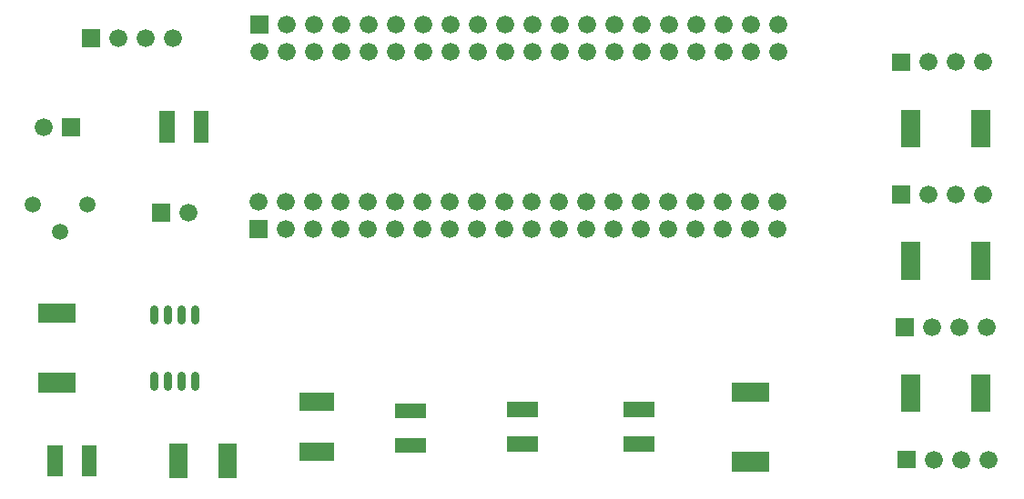
<source format=gts>
G04 Layer: TopSolderMaskLayer*
G04 EasyEDA v6.4.19.5, 2021-05-30T15:20:28--7:00*
G04 00a0cf8a2f6945cda59000bd480c23e2,9479053ce0554845bf9291591982ae42,10*
G04 Gerber Generator version 0.2*
G04 Scale: 100 percent, Rotated: No, Reflected: No *
G04 Dimensions in millimeters *
G04 leading zeros omitted , absolute positions ,4 integer and 5 decimal *
%FSLAX45Y45*%
%MOMM*%

%ADD27C,0.8016*%
%ADD29R,1.6764X1.6764*%
%ADD30C,1.6764*%
%ADD36C,1.5016*%

%LPD*%
D27*
X2311400Y5939193D02*
G01*
X2311400Y6039192D01*
X2438400Y5939193D02*
G01*
X2438400Y6039192D01*
X2565400Y5939193D02*
G01*
X2565400Y6039192D01*
X2692400Y5939193D02*
G01*
X2692400Y6039192D01*
X2311400Y6559207D02*
G01*
X2311400Y6659206D01*
X2438400Y6559207D02*
G01*
X2438400Y6659206D01*
X2565400Y6559207D02*
G01*
X2565400Y6659206D01*
X2692400Y6559207D02*
G01*
X2692400Y6659206D01*
G36*
X4553965Y5639815D02*
G01*
X4553965Y5780023D01*
X4844034Y5780023D01*
X4844034Y5639815D01*
G37*
G36*
X4553965Y5319776D02*
G01*
X4553965Y5459984D01*
X4844034Y5459984D01*
X4844034Y5319776D01*
G37*
G36*
X3205479Y9225279D02*
G01*
X3205479Y9392920D01*
X3373120Y9392920D01*
X3373120Y9225279D01*
G37*
D30*
G01*
X3289300Y9055100D03*
G01*
X3543300Y9309100D03*
G01*
X3543300Y9055100D03*
G01*
X3797300Y9309100D03*
G01*
X3797300Y9055100D03*
G01*
X4051300Y9309100D03*
G01*
X4051300Y9055100D03*
G01*
X4305300Y9309100D03*
G01*
X4305300Y9055100D03*
G01*
X4559300Y9309100D03*
G01*
X4559300Y9055100D03*
G01*
X4813300Y9309100D03*
G01*
X4813300Y9055100D03*
G01*
X5067300Y9309100D03*
G01*
X5067300Y9055100D03*
G01*
X5321300Y9309100D03*
G01*
X5321300Y9055100D03*
G01*
X5575300Y9309100D03*
G01*
X5575300Y9055100D03*
G01*
X5829300Y9309100D03*
G01*
X5829300Y9055100D03*
G01*
X6083300Y9309100D03*
G01*
X6083300Y9055100D03*
G01*
X6337300Y9309100D03*
G01*
X6337300Y9055100D03*
G01*
X6591300Y9309100D03*
G01*
X6591300Y9055100D03*
G01*
X6845300Y9309100D03*
G01*
X6845300Y9055100D03*
G01*
X7099300Y9309100D03*
G01*
X7099300Y9055100D03*
G01*
X7353300Y9309100D03*
G01*
X7353300Y9055100D03*
G01*
X7607300Y9309100D03*
G01*
X7607300Y9055100D03*
G01*
X7861300Y9309100D03*
G01*
X7861300Y9055100D03*
G01*
X8115300Y9309100D03*
G01*
X8115300Y9055100D03*
G36*
X9174479Y8875013D02*
G01*
X9174479Y9042654D01*
X9342120Y9042654D01*
X9342120Y8875013D01*
G37*
G01*
X9512300Y8958834D03*
G01*
X9766300Y8958834D03*
G01*
X10020300Y8958834D03*
G36*
X9174479Y7641336D02*
G01*
X9174479Y7808976D01*
X9342120Y7808976D01*
X9342120Y7641336D01*
G37*
G01*
X9512300Y7725155D03*
G01*
X9766300Y7725155D03*
G01*
X10020300Y7725155D03*
G36*
X9212579Y6407657D02*
G01*
X9212579Y6575297D01*
X9380220Y6575297D01*
X9380220Y6407657D01*
G37*
G01*
X9550400Y6491478D03*
G01*
X9804400Y6491478D03*
G01*
X10058400Y6491478D03*
G36*
X9225279Y5173979D02*
G01*
X9225279Y5341620D01*
X9392920Y5341620D01*
X9392920Y5173979D01*
G37*
G01*
X9563100Y5257800D03*
G01*
X9817100Y5257800D03*
G01*
X10071100Y5257800D03*
G36*
X1319276Y5099812D02*
G01*
X1319276Y5390134D01*
X1459484Y5390134D01*
X1459484Y5099812D01*
G37*
G36*
X1639315Y5099812D02*
G01*
X1639315Y5390134D01*
X1779523Y5390134D01*
X1779523Y5099812D01*
G37*
G36*
X2360675Y8211312D02*
G01*
X2360675Y8501634D01*
X2500884Y8501634D01*
X2500884Y8211312D01*
G37*
G36*
X2680715Y8211312D02*
G01*
X2680715Y8501634D01*
X2820924Y8501634D01*
X2820924Y8211312D01*
G37*
G36*
X6674865Y5652515D02*
G01*
X6674865Y5792723D01*
X6964934Y5792723D01*
X6964934Y5652515D01*
G37*
G36*
X6674865Y5332476D02*
G01*
X6674865Y5472684D01*
X6964934Y5472684D01*
X6964934Y5332476D01*
G37*
G36*
X5595365Y5652515D02*
G01*
X5595365Y5792723D01*
X5885434Y5792723D01*
X5885434Y5652515D01*
G37*
G36*
X5595365Y5332476D02*
G01*
X5595365Y5472684D01*
X5885434Y5472684D01*
X5885434Y5332476D01*
G37*
D29*
G01*
X1536700Y8356600D03*
D30*
G01*
X1282700Y8356600D03*
G36*
X2291079Y7472679D02*
G01*
X2291079Y7640320D01*
X2458720Y7640320D01*
X2458720Y7472679D01*
G37*
G01*
X2628900Y7556500D03*
G36*
X3662425Y5707887D02*
G01*
X3662425Y5878321D01*
X3982974Y5878321D01*
X3982974Y5707887D01*
G37*
G36*
X3662425Y5246878D02*
G01*
X3662425Y5417312D01*
X3982974Y5417312D01*
X3982974Y5246878D01*
G37*
G36*
X2452877Y5084826D02*
G01*
X2452877Y5405373D01*
X2623311Y5405373D01*
X2623311Y5084826D01*
G37*
G36*
X2913888Y5084826D02*
G01*
X2913888Y5405373D01*
X3084322Y5405373D01*
X3084322Y5084826D01*
G37*
G36*
X1234439Y6534150D02*
G01*
X1234439Y6714236D01*
X1584960Y6714236D01*
X1584960Y6534150D01*
G37*
G36*
X1234439Y5883910D02*
G01*
X1234439Y6064250D01*
X1584960Y6064250D01*
X1584960Y5883910D01*
G37*
G36*
X9262363Y8166862D02*
G01*
X9262363Y8517128D01*
X9442450Y8517128D01*
X9442450Y8166862D01*
G37*
G36*
X9912350Y8166862D02*
G01*
X9912350Y8517128D01*
X10092690Y8517128D01*
X10092690Y8166862D01*
G37*
G36*
X9262363Y5699505D02*
G01*
X9262363Y6049771D01*
X9442450Y6049771D01*
X9442450Y5699505D01*
G37*
G36*
X9912350Y5699505D02*
G01*
X9912350Y6049771D01*
X10092690Y6049771D01*
X10092690Y5699505D01*
G37*
G36*
X7686040Y5147563D02*
G01*
X7686040Y5327650D01*
X8036559Y5327650D01*
X8036559Y5147563D01*
G37*
G36*
X7686040Y5797550D02*
G01*
X7686040Y5977889D01*
X8036559Y5977889D01*
X8036559Y5797550D01*
G37*
G36*
X9262363Y6933184D02*
G01*
X9262363Y7283450D01*
X9442450Y7283450D01*
X9442450Y6933184D01*
G37*
G36*
X9912350Y6933184D02*
G01*
X9912350Y7283450D01*
X10092690Y7283450D01*
X10092690Y6933184D01*
G37*
D36*
G01*
X1181100Y7632700D03*
G01*
X1435100Y7378700D03*
G01*
X1689100Y7632700D03*
G36*
X3203193Y7320279D02*
G01*
X3203193Y7487920D01*
X3370834Y7487920D01*
X3370834Y7320279D01*
G37*
D30*
G01*
X3286988Y7658100D03*
G01*
X3540988Y7404100D03*
G01*
X3540988Y7658100D03*
G01*
X3794988Y7404100D03*
G01*
X3794988Y7658100D03*
G01*
X4048988Y7404100D03*
G01*
X4048988Y7658100D03*
G01*
X4302988Y7404100D03*
G01*
X4302988Y7658100D03*
G01*
X4556988Y7404100D03*
G01*
X4556988Y7658100D03*
G01*
X4810988Y7404100D03*
G01*
X4810988Y7658100D03*
G01*
X5064988Y7404100D03*
G01*
X5064988Y7658100D03*
G01*
X5318988Y7404100D03*
G01*
X5318988Y7658100D03*
G01*
X5572988Y7404100D03*
G01*
X5572988Y7658100D03*
G01*
X5826988Y7404100D03*
G01*
X5826988Y7658100D03*
G01*
X6080988Y7404100D03*
G01*
X6080988Y7658100D03*
G01*
X6334988Y7404100D03*
G01*
X6334988Y7658100D03*
G01*
X6588988Y7404100D03*
G01*
X6588988Y7658100D03*
G01*
X6842988Y7404100D03*
G01*
X6842988Y7658100D03*
G01*
X7096988Y7404100D03*
G01*
X7096988Y7658100D03*
G01*
X7350988Y7404100D03*
G01*
X7350988Y7658100D03*
G01*
X7604988Y7404100D03*
G01*
X7604988Y7658100D03*
G01*
X7858988Y7404100D03*
G01*
X7858988Y7658100D03*
G01*
X8112988Y7404100D03*
G01*
X8112988Y7658100D03*
G36*
X1643379Y9098279D02*
G01*
X1643379Y9265920D01*
X1811020Y9265920D01*
X1811020Y9098279D01*
G37*
G01*
X1981200Y9182100D03*
G01*
X2235200Y9182100D03*
G01*
X2489200Y9182100D03*
M02*

</source>
